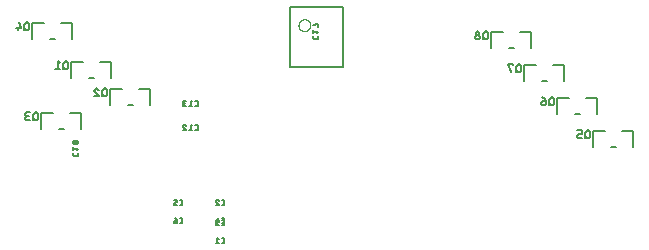
<source format=gbr>
G04 EAGLE Gerber X2 export*
%TF.Part,Single*%
%TF.FileFunction,Legend,Bot,1*%
%TF.FilePolarity,Positive*%
%TF.GenerationSoftware,Autodesk,EAGLE,9.1.3*%
%TF.CreationDate,2019-04-01T20:10:06Z*%
G75*
%MOMM*%
%FSLAX34Y34*%
%LPD*%
%AMOC8*
5,1,8,0,0,1.08239X$1,22.5*%
G01*
%ADD10C,0.127000*%
%ADD11C,0.203200*%
%ADD12C,0.152400*%
%ADD13C,0.050000*%


D10*
X379956Y81915D02*
X381028Y81915D01*
X381093Y81917D01*
X381157Y81923D01*
X381221Y81933D01*
X381285Y81946D01*
X381347Y81964D01*
X381408Y81985D01*
X381468Y82009D01*
X381526Y82038D01*
X381583Y82070D01*
X381637Y82105D01*
X381689Y82143D01*
X381739Y82185D01*
X381786Y82229D01*
X381830Y82276D01*
X381872Y82326D01*
X381910Y82378D01*
X381945Y82432D01*
X381977Y82489D01*
X382006Y82547D01*
X382030Y82607D01*
X382051Y82668D01*
X382069Y82730D01*
X382082Y82794D01*
X382092Y82858D01*
X382098Y82922D01*
X382100Y82987D01*
X382101Y82987D02*
X382101Y85669D01*
X382100Y85669D02*
X382098Y85734D01*
X382092Y85798D01*
X382082Y85862D01*
X382069Y85926D01*
X382051Y85988D01*
X382030Y86049D01*
X382006Y86109D01*
X381977Y86167D01*
X381945Y86224D01*
X381910Y86278D01*
X381872Y86330D01*
X381830Y86380D01*
X381786Y86427D01*
X381739Y86471D01*
X381689Y86513D01*
X381637Y86551D01*
X381583Y86586D01*
X381526Y86618D01*
X381468Y86647D01*
X381408Y86671D01*
X381347Y86692D01*
X381285Y86710D01*
X381221Y86723D01*
X381157Y86733D01*
X381093Y86739D01*
X381028Y86741D01*
X379956Y86741D01*
X377500Y85669D02*
X376160Y86741D01*
X376160Y81915D01*
X377500Y81915D02*
X374819Y81915D01*
X253619Y157248D02*
X253619Y158321D01*
X253619Y157248D02*
X253621Y157183D01*
X253627Y157119D01*
X253637Y157055D01*
X253650Y156991D01*
X253668Y156929D01*
X253689Y156868D01*
X253713Y156808D01*
X253742Y156750D01*
X253774Y156693D01*
X253809Y156639D01*
X253847Y156587D01*
X253889Y156537D01*
X253933Y156490D01*
X253980Y156446D01*
X254030Y156404D01*
X254082Y156366D01*
X254136Y156331D01*
X254193Y156299D01*
X254251Y156270D01*
X254311Y156246D01*
X254372Y156225D01*
X254434Y156207D01*
X254498Y156194D01*
X254562Y156184D01*
X254626Y156178D01*
X254691Y156176D01*
X257373Y156176D01*
X257438Y156178D01*
X257502Y156184D01*
X257566Y156194D01*
X257630Y156207D01*
X257692Y156225D01*
X257753Y156246D01*
X257813Y156270D01*
X257871Y156299D01*
X257928Y156331D01*
X257982Y156366D01*
X258034Y156404D01*
X258084Y156446D01*
X258131Y156490D01*
X258175Y156537D01*
X258217Y156587D01*
X258255Y156639D01*
X258290Y156693D01*
X258322Y156750D01*
X258351Y156808D01*
X258375Y156868D01*
X258396Y156929D01*
X258414Y156991D01*
X258427Y157055D01*
X258437Y157119D01*
X258443Y157183D01*
X258445Y157248D01*
X258445Y158321D01*
X257373Y160777D02*
X258445Y162117D01*
X253619Y162117D01*
X253619Y160777D02*
X253619Y163458D01*
X256032Y166263D02*
X256152Y166265D01*
X256272Y166270D01*
X256392Y166279D01*
X256512Y166292D01*
X256631Y166308D01*
X256750Y166328D01*
X256868Y166352D01*
X256985Y166379D01*
X257101Y166409D01*
X257216Y166443D01*
X257331Y166481D01*
X257444Y166522D01*
X257555Y166566D01*
X257666Y166614D01*
X257775Y166665D01*
X257775Y166666D02*
X257832Y166687D01*
X257888Y166713D01*
X257943Y166741D01*
X257995Y166773D01*
X258046Y166809D01*
X258094Y166847D01*
X258140Y166888D01*
X258183Y166932D01*
X258223Y166978D01*
X258260Y167027D01*
X258294Y167079D01*
X258325Y167132D01*
X258353Y167187D01*
X258377Y167243D01*
X258398Y167301D01*
X258415Y167360D01*
X258428Y167420D01*
X258437Y167481D01*
X258443Y167543D01*
X258445Y167604D01*
X258443Y167665D01*
X258437Y167727D01*
X258428Y167788D01*
X258415Y167848D01*
X258398Y167907D01*
X258377Y167965D01*
X258353Y168021D01*
X258325Y168076D01*
X258294Y168129D01*
X258260Y168181D01*
X258223Y168230D01*
X258183Y168276D01*
X258140Y168320D01*
X258094Y168361D01*
X258046Y168399D01*
X257995Y168435D01*
X257943Y168467D01*
X257888Y168495D01*
X257832Y168521D01*
X257775Y168542D01*
X257666Y168593D01*
X257555Y168641D01*
X257444Y168685D01*
X257331Y168726D01*
X257216Y168764D01*
X257101Y168798D01*
X256985Y168828D01*
X256868Y168855D01*
X256750Y168879D01*
X256631Y168899D01*
X256512Y168915D01*
X256392Y168928D01*
X256272Y168937D01*
X256152Y168942D01*
X256032Y168944D01*
X256032Y166263D02*
X255912Y166265D01*
X255792Y166270D01*
X255672Y166279D01*
X255552Y166292D01*
X255433Y166308D01*
X255314Y166328D01*
X255196Y166352D01*
X255079Y166379D01*
X254963Y166409D01*
X254848Y166443D01*
X254733Y166481D01*
X254620Y166522D01*
X254509Y166566D01*
X254398Y166614D01*
X254289Y166665D01*
X254289Y166666D02*
X254232Y166687D01*
X254176Y166713D01*
X254121Y166741D01*
X254069Y166773D01*
X254018Y166809D01*
X253970Y166847D01*
X253924Y166888D01*
X253881Y166932D01*
X253841Y166978D01*
X253804Y167027D01*
X253770Y167079D01*
X253739Y167132D01*
X253711Y167187D01*
X253687Y167243D01*
X253666Y167301D01*
X253649Y167360D01*
X253636Y167420D01*
X253627Y167481D01*
X253621Y167543D01*
X253619Y167604D01*
X254289Y168542D02*
X254398Y168593D01*
X254509Y168641D01*
X254620Y168685D01*
X254733Y168726D01*
X254848Y168764D01*
X254963Y168798D01*
X255079Y168828D01*
X255196Y168855D01*
X255314Y168879D01*
X255433Y168899D01*
X255552Y168915D01*
X255672Y168928D01*
X255792Y168937D01*
X255912Y168942D01*
X256032Y168944D01*
X254289Y168542D02*
X254232Y168521D01*
X254176Y168495D01*
X254121Y168467D01*
X254069Y168435D01*
X254018Y168399D01*
X253970Y168361D01*
X253924Y168320D01*
X253881Y168276D01*
X253841Y168229D01*
X253804Y168181D01*
X253770Y168129D01*
X253739Y168076D01*
X253711Y168021D01*
X253687Y167965D01*
X253666Y167907D01*
X253649Y167848D01*
X253636Y167788D01*
X253627Y167727D01*
X253621Y167665D01*
X253619Y167604D01*
X254691Y166531D02*
X257373Y168676D01*
X357299Y177419D02*
X358372Y177419D01*
X358437Y177421D01*
X358501Y177427D01*
X358565Y177437D01*
X358629Y177450D01*
X358691Y177468D01*
X358752Y177489D01*
X358812Y177513D01*
X358870Y177542D01*
X358927Y177574D01*
X358981Y177609D01*
X359033Y177647D01*
X359083Y177689D01*
X359130Y177733D01*
X359174Y177780D01*
X359216Y177830D01*
X359254Y177882D01*
X359289Y177936D01*
X359321Y177993D01*
X359350Y178051D01*
X359374Y178111D01*
X359395Y178172D01*
X359413Y178234D01*
X359426Y178298D01*
X359436Y178362D01*
X359442Y178426D01*
X359444Y178491D01*
X359444Y181173D01*
X359442Y181238D01*
X359436Y181302D01*
X359426Y181366D01*
X359413Y181430D01*
X359395Y181492D01*
X359374Y181553D01*
X359350Y181613D01*
X359321Y181671D01*
X359289Y181728D01*
X359254Y181782D01*
X359216Y181834D01*
X359174Y181884D01*
X359130Y181931D01*
X359083Y181975D01*
X359033Y182017D01*
X358981Y182055D01*
X358927Y182090D01*
X358870Y182122D01*
X358812Y182151D01*
X358752Y182175D01*
X358691Y182196D01*
X358629Y182214D01*
X358565Y182227D01*
X358501Y182237D01*
X358437Y182243D01*
X358372Y182245D01*
X357299Y182245D01*
X354843Y181173D02*
X353503Y182245D01*
X353503Y177419D01*
X354843Y177419D02*
X352162Y177419D01*
X347882Y182245D02*
X347814Y182243D01*
X347747Y182237D01*
X347680Y182228D01*
X347613Y182215D01*
X347548Y182198D01*
X347483Y182177D01*
X347420Y182153D01*
X347358Y182125D01*
X347298Y182094D01*
X347240Y182060D01*
X347184Y182022D01*
X347129Y181982D01*
X347078Y181938D01*
X347029Y181891D01*
X346982Y181842D01*
X346938Y181791D01*
X346898Y181736D01*
X346860Y181680D01*
X346826Y181622D01*
X346795Y181562D01*
X346767Y181500D01*
X346743Y181437D01*
X346722Y181372D01*
X346705Y181307D01*
X346692Y181240D01*
X346683Y181173D01*
X346677Y181106D01*
X346675Y181038D01*
X347882Y182245D02*
X347960Y182243D01*
X348038Y182237D01*
X348115Y182227D01*
X348192Y182214D01*
X348268Y182196D01*
X348343Y182175D01*
X348417Y182150D01*
X348489Y182121D01*
X348560Y182089D01*
X348629Y182053D01*
X348697Y182014D01*
X348762Y181971D01*
X348825Y181925D01*
X348886Y181876D01*
X348944Y181824D01*
X348999Y181769D01*
X349052Y181712D01*
X349101Y181652D01*
X349148Y181589D01*
X349191Y181524D01*
X349231Y181458D01*
X349268Y181389D01*
X349301Y181318D01*
X349331Y181246D01*
X349357Y181172D01*
X347078Y180100D02*
X347029Y180149D01*
X346982Y180201D01*
X346939Y180256D01*
X346898Y180313D01*
X346860Y180372D01*
X346826Y180433D01*
X346795Y180496D01*
X346767Y180560D01*
X346743Y180626D01*
X346723Y180692D01*
X346706Y180760D01*
X346693Y180829D01*
X346684Y180898D01*
X346678Y180968D01*
X346676Y181038D01*
X347078Y180100D02*
X349357Y177419D01*
X346676Y177419D01*
X357299Y197739D02*
X358372Y197739D01*
X358437Y197741D01*
X358501Y197747D01*
X358565Y197757D01*
X358629Y197770D01*
X358691Y197788D01*
X358752Y197809D01*
X358812Y197833D01*
X358870Y197862D01*
X358927Y197894D01*
X358981Y197929D01*
X359033Y197967D01*
X359083Y198009D01*
X359130Y198053D01*
X359174Y198100D01*
X359216Y198150D01*
X359254Y198202D01*
X359289Y198256D01*
X359321Y198313D01*
X359350Y198371D01*
X359374Y198431D01*
X359395Y198492D01*
X359413Y198554D01*
X359426Y198618D01*
X359436Y198682D01*
X359442Y198746D01*
X359444Y198811D01*
X359444Y201493D01*
X359442Y201558D01*
X359436Y201622D01*
X359426Y201686D01*
X359413Y201750D01*
X359395Y201812D01*
X359374Y201873D01*
X359350Y201933D01*
X359321Y201991D01*
X359289Y202048D01*
X359254Y202102D01*
X359216Y202154D01*
X359174Y202204D01*
X359130Y202251D01*
X359083Y202295D01*
X359033Y202337D01*
X358981Y202375D01*
X358927Y202410D01*
X358870Y202442D01*
X358812Y202471D01*
X358752Y202495D01*
X358691Y202516D01*
X358629Y202534D01*
X358565Y202547D01*
X358501Y202557D01*
X358437Y202563D01*
X358372Y202565D01*
X357299Y202565D01*
X354843Y201493D02*
X353503Y202565D01*
X353503Y197739D01*
X354843Y197739D02*
X352162Y197739D01*
X349357Y197739D02*
X348017Y197739D01*
X347946Y197741D01*
X347874Y197747D01*
X347804Y197756D01*
X347734Y197769D01*
X347664Y197786D01*
X347596Y197807D01*
X347529Y197831D01*
X347463Y197859D01*
X347399Y197890D01*
X347336Y197925D01*
X347276Y197963D01*
X347217Y198004D01*
X347161Y198048D01*
X347107Y198095D01*
X347056Y198144D01*
X347008Y198197D01*
X346962Y198252D01*
X346920Y198309D01*
X346880Y198369D01*
X346844Y198430D01*
X346811Y198494D01*
X346782Y198559D01*
X346756Y198625D01*
X346733Y198693D01*
X346714Y198762D01*
X346699Y198832D01*
X346688Y198902D01*
X346680Y198973D01*
X346676Y199044D01*
X346676Y199116D01*
X346680Y199187D01*
X346688Y199258D01*
X346699Y199328D01*
X346714Y199398D01*
X346733Y199467D01*
X346756Y199535D01*
X346782Y199601D01*
X346811Y199666D01*
X346844Y199730D01*
X346880Y199791D01*
X346920Y199851D01*
X346962Y199908D01*
X347008Y199963D01*
X347056Y200016D01*
X347107Y200065D01*
X347161Y200112D01*
X347217Y200156D01*
X347276Y200197D01*
X347336Y200235D01*
X347399Y200270D01*
X347463Y200301D01*
X347529Y200329D01*
X347596Y200353D01*
X347664Y200374D01*
X347734Y200391D01*
X347804Y200404D01*
X347874Y200413D01*
X347946Y200419D01*
X348017Y200421D01*
X347748Y202565D02*
X349357Y202565D01*
X347748Y202565D02*
X347683Y202563D01*
X347619Y202557D01*
X347555Y202547D01*
X347491Y202534D01*
X347429Y202516D01*
X347368Y202495D01*
X347308Y202471D01*
X347250Y202442D01*
X347193Y202410D01*
X347139Y202375D01*
X347087Y202337D01*
X347037Y202295D01*
X346990Y202251D01*
X346946Y202204D01*
X346904Y202154D01*
X346866Y202102D01*
X346831Y202048D01*
X346799Y201991D01*
X346770Y201933D01*
X346746Y201873D01*
X346725Y201812D01*
X346707Y201750D01*
X346694Y201686D01*
X346684Y201622D01*
X346678Y201558D01*
X346676Y201493D01*
X346678Y201428D01*
X346684Y201364D01*
X346694Y201300D01*
X346707Y201236D01*
X346725Y201174D01*
X346746Y201113D01*
X346770Y201053D01*
X346799Y200995D01*
X346831Y200938D01*
X346866Y200884D01*
X346904Y200832D01*
X346946Y200782D01*
X346990Y200735D01*
X347037Y200691D01*
X347087Y200649D01*
X347139Y200611D01*
X347193Y200576D01*
X347250Y200544D01*
X347308Y200515D01*
X347368Y200491D01*
X347429Y200470D01*
X347491Y200452D01*
X347555Y200439D01*
X347619Y200429D01*
X347683Y200423D01*
X347748Y200421D01*
X347748Y200420D02*
X348821Y200420D01*
X456819Y256308D02*
X456819Y257381D01*
X456819Y256308D02*
X456821Y256243D01*
X456827Y256179D01*
X456837Y256115D01*
X456850Y256051D01*
X456868Y255989D01*
X456889Y255928D01*
X456913Y255868D01*
X456942Y255810D01*
X456974Y255753D01*
X457009Y255699D01*
X457047Y255647D01*
X457089Y255597D01*
X457133Y255550D01*
X457180Y255506D01*
X457230Y255464D01*
X457282Y255426D01*
X457336Y255391D01*
X457393Y255359D01*
X457451Y255330D01*
X457511Y255306D01*
X457572Y255285D01*
X457634Y255267D01*
X457698Y255254D01*
X457762Y255244D01*
X457826Y255238D01*
X457891Y255236D01*
X460573Y255236D01*
X460638Y255238D01*
X460702Y255244D01*
X460766Y255254D01*
X460830Y255267D01*
X460892Y255285D01*
X460953Y255306D01*
X461013Y255330D01*
X461071Y255359D01*
X461128Y255391D01*
X461182Y255426D01*
X461234Y255464D01*
X461284Y255506D01*
X461331Y255550D01*
X461375Y255597D01*
X461417Y255647D01*
X461455Y255699D01*
X461490Y255753D01*
X461522Y255810D01*
X461551Y255868D01*
X461575Y255928D01*
X461596Y255989D01*
X461614Y256051D01*
X461627Y256115D01*
X461637Y256179D01*
X461643Y256243D01*
X461645Y256308D01*
X461645Y257381D01*
X460573Y259837D02*
X461645Y261177D01*
X456819Y261177D01*
X456819Y259837D02*
X456819Y262518D01*
X461109Y265323D02*
X461645Y265323D01*
X461645Y268004D01*
X456819Y266664D01*
X381028Y113919D02*
X379956Y113919D01*
X381028Y113919D02*
X381093Y113921D01*
X381157Y113927D01*
X381221Y113937D01*
X381285Y113950D01*
X381347Y113968D01*
X381408Y113989D01*
X381468Y114013D01*
X381526Y114042D01*
X381583Y114074D01*
X381637Y114109D01*
X381689Y114147D01*
X381739Y114189D01*
X381786Y114233D01*
X381830Y114280D01*
X381872Y114330D01*
X381910Y114382D01*
X381945Y114436D01*
X381977Y114493D01*
X382006Y114551D01*
X382030Y114611D01*
X382051Y114672D01*
X382069Y114734D01*
X382082Y114798D01*
X382092Y114862D01*
X382098Y114926D01*
X382100Y114991D01*
X382101Y114991D02*
X382101Y117673D01*
X382100Y117673D02*
X382098Y117738D01*
X382092Y117802D01*
X382082Y117866D01*
X382069Y117930D01*
X382051Y117992D01*
X382030Y118053D01*
X382006Y118113D01*
X381977Y118171D01*
X381945Y118228D01*
X381910Y118282D01*
X381872Y118334D01*
X381830Y118384D01*
X381786Y118431D01*
X381739Y118475D01*
X381689Y118517D01*
X381637Y118555D01*
X381583Y118590D01*
X381526Y118622D01*
X381468Y118651D01*
X381408Y118675D01*
X381347Y118696D01*
X381285Y118714D01*
X381221Y118727D01*
X381157Y118737D01*
X381093Y118743D01*
X381028Y118745D01*
X379956Y118745D01*
X376026Y118745D02*
X375958Y118743D01*
X375891Y118737D01*
X375824Y118728D01*
X375757Y118715D01*
X375692Y118698D01*
X375627Y118677D01*
X375564Y118653D01*
X375502Y118625D01*
X375442Y118594D01*
X375384Y118560D01*
X375328Y118522D01*
X375273Y118482D01*
X375222Y118438D01*
X375173Y118391D01*
X375126Y118342D01*
X375082Y118291D01*
X375042Y118236D01*
X375004Y118180D01*
X374970Y118122D01*
X374939Y118062D01*
X374911Y118000D01*
X374887Y117937D01*
X374866Y117872D01*
X374849Y117807D01*
X374836Y117740D01*
X374827Y117673D01*
X374821Y117606D01*
X374819Y117538D01*
X376026Y118745D02*
X376104Y118743D01*
X376182Y118737D01*
X376259Y118727D01*
X376336Y118714D01*
X376412Y118696D01*
X376487Y118675D01*
X376561Y118650D01*
X376633Y118621D01*
X376704Y118589D01*
X376773Y118553D01*
X376841Y118514D01*
X376906Y118471D01*
X376969Y118425D01*
X377030Y118376D01*
X377088Y118324D01*
X377143Y118269D01*
X377196Y118212D01*
X377245Y118152D01*
X377292Y118089D01*
X377335Y118024D01*
X377375Y117958D01*
X377412Y117889D01*
X377445Y117818D01*
X377475Y117746D01*
X377501Y117672D01*
X375221Y116600D02*
X375172Y116649D01*
X375125Y116701D01*
X375082Y116756D01*
X375041Y116813D01*
X375003Y116872D01*
X374969Y116933D01*
X374938Y116996D01*
X374910Y117060D01*
X374886Y117126D01*
X374866Y117192D01*
X374849Y117260D01*
X374836Y117329D01*
X374827Y117398D01*
X374821Y117468D01*
X374819Y117538D01*
X375221Y116600D02*
X377500Y113919D01*
X374819Y113919D01*
X379956Y97155D02*
X381028Y97155D01*
X381093Y97157D01*
X381157Y97163D01*
X381221Y97173D01*
X381285Y97186D01*
X381347Y97204D01*
X381408Y97225D01*
X381468Y97249D01*
X381526Y97278D01*
X381583Y97310D01*
X381637Y97345D01*
X381689Y97383D01*
X381739Y97425D01*
X381786Y97469D01*
X381830Y97516D01*
X381872Y97566D01*
X381910Y97618D01*
X381945Y97672D01*
X381977Y97729D01*
X382006Y97787D01*
X382030Y97847D01*
X382051Y97908D01*
X382069Y97970D01*
X382082Y98034D01*
X382092Y98098D01*
X382098Y98162D01*
X382100Y98227D01*
X382101Y98227D02*
X382101Y100909D01*
X382100Y100909D02*
X382098Y100974D01*
X382092Y101038D01*
X382082Y101102D01*
X382069Y101166D01*
X382051Y101228D01*
X382030Y101289D01*
X382006Y101349D01*
X381977Y101407D01*
X381945Y101464D01*
X381910Y101518D01*
X381872Y101570D01*
X381830Y101620D01*
X381786Y101667D01*
X381739Y101711D01*
X381689Y101753D01*
X381637Y101791D01*
X381583Y101826D01*
X381526Y101858D01*
X381468Y101887D01*
X381408Y101911D01*
X381347Y101932D01*
X381285Y101950D01*
X381221Y101963D01*
X381157Y101973D01*
X381093Y101979D01*
X381028Y101981D01*
X379956Y101981D01*
X377500Y97155D02*
X376160Y97155D01*
X376089Y97157D01*
X376017Y97163D01*
X375947Y97172D01*
X375877Y97185D01*
X375807Y97202D01*
X375739Y97223D01*
X375672Y97247D01*
X375606Y97275D01*
X375542Y97306D01*
X375479Y97341D01*
X375419Y97379D01*
X375360Y97420D01*
X375304Y97464D01*
X375250Y97511D01*
X375199Y97560D01*
X375151Y97613D01*
X375105Y97668D01*
X375063Y97725D01*
X375023Y97785D01*
X374987Y97846D01*
X374954Y97910D01*
X374925Y97975D01*
X374899Y98041D01*
X374876Y98109D01*
X374857Y98178D01*
X374842Y98248D01*
X374831Y98318D01*
X374823Y98389D01*
X374819Y98460D01*
X374819Y98532D01*
X374823Y98603D01*
X374831Y98674D01*
X374842Y98744D01*
X374857Y98814D01*
X374876Y98883D01*
X374899Y98951D01*
X374925Y99017D01*
X374954Y99082D01*
X374987Y99146D01*
X375023Y99207D01*
X375063Y99267D01*
X375105Y99324D01*
X375151Y99379D01*
X375199Y99432D01*
X375250Y99481D01*
X375304Y99528D01*
X375360Y99572D01*
X375419Y99613D01*
X375479Y99651D01*
X375542Y99686D01*
X375606Y99717D01*
X375672Y99745D01*
X375739Y99769D01*
X375807Y99790D01*
X375877Y99807D01*
X375947Y99820D01*
X376017Y99829D01*
X376089Y99835D01*
X376160Y99837D01*
X375892Y101981D02*
X377500Y101981D01*
X375892Y101981D02*
X375827Y101979D01*
X375763Y101973D01*
X375699Y101963D01*
X375635Y101950D01*
X375573Y101932D01*
X375512Y101911D01*
X375452Y101887D01*
X375394Y101858D01*
X375337Y101826D01*
X375283Y101791D01*
X375231Y101753D01*
X375181Y101711D01*
X375134Y101667D01*
X375090Y101620D01*
X375048Y101570D01*
X375010Y101518D01*
X374975Y101464D01*
X374943Y101407D01*
X374914Y101349D01*
X374890Y101289D01*
X374869Y101228D01*
X374851Y101166D01*
X374838Y101102D01*
X374828Y101038D01*
X374822Y100974D01*
X374820Y100909D01*
X374822Y100844D01*
X374828Y100780D01*
X374838Y100716D01*
X374851Y100652D01*
X374869Y100590D01*
X374890Y100529D01*
X374914Y100469D01*
X374943Y100411D01*
X374975Y100354D01*
X375010Y100300D01*
X375048Y100248D01*
X375090Y100198D01*
X375134Y100151D01*
X375181Y100107D01*
X375231Y100065D01*
X375283Y100027D01*
X375337Y99992D01*
X375394Y99960D01*
X375452Y99931D01*
X375512Y99907D01*
X375573Y99886D01*
X375635Y99868D01*
X375699Y99855D01*
X375763Y99845D01*
X375827Y99839D01*
X375892Y99837D01*
X375892Y99836D02*
X376964Y99836D01*
X379956Y98679D02*
X381028Y98679D01*
X381093Y98681D01*
X381157Y98687D01*
X381221Y98697D01*
X381285Y98710D01*
X381347Y98728D01*
X381408Y98749D01*
X381468Y98773D01*
X381526Y98802D01*
X381583Y98834D01*
X381637Y98869D01*
X381689Y98907D01*
X381739Y98949D01*
X381786Y98993D01*
X381830Y99040D01*
X381872Y99090D01*
X381910Y99142D01*
X381945Y99196D01*
X381977Y99253D01*
X382006Y99311D01*
X382030Y99371D01*
X382051Y99432D01*
X382069Y99494D01*
X382082Y99558D01*
X382092Y99622D01*
X382098Y99686D01*
X382100Y99751D01*
X382101Y99751D02*
X382101Y102433D01*
X382100Y102433D02*
X382098Y102498D01*
X382092Y102562D01*
X382082Y102626D01*
X382069Y102690D01*
X382051Y102752D01*
X382030Y102813D01*
X382006Y102873D01*
X381977Y102931D01*
X381945Y102988D01*
X381910Y103042D01*
X381872Y103094D01*
X381830Y103144D01*
X381786Y103191D01*
X381739Y103235D01*
X381689Y103277D01*
X381637Y103315D01*
X381583Y103350D01*
X381526Y103382D01*
X381468Y103411D01*
X381408Y103435D01*
X381347Y103456D01*
X381285Y103474D01*
X381221Y103487D01*
X381157Y103497D01*
X381093Y103503D01*
X381028Y103505D01*
X379956Y103505D01*
X376428Y103505D02*
X377500Y99751D01*
X374819Y99751D01*
X375623Y100824D02*
X375623Y98679D01*
X345468Y113919D02*
X344396Y113919D01*
X345468Y113919D02*
X345533Y113921D01*
X345597Y113927D01*
X345661Y113937D01*
X345725Y113950D01*
X345787Y113968D01*
X345848Y113989D01*
X345908Y114013D01*
X345966Y114042D01*
X346023Y114074D01*
X346077Y114109D01*
X346129Y114147D01*
X346179Y114189D01*
X346226Y114233D01*
X346270Y114280D01*
X346312Y114330D01*
X346350Y114382D01*
X346385Y114436D01*
X346417Y114493D01*
X346446Y114551D01*
X346470Y114611D01*
X346491Y114672D01*
X346509Y114734D01*
X346522Y114798D01*
X346532Y114862D01*
X346538Y114926D01*
X346540Y114991D01*
X346541Y114991D02*
X346541Y117673D01*
X346540Y117673D02*
X346538Y117738D01*
X346532Y117802D01*
X346522Y117866D01*
X346509Y117930D01*
X346491Y117992D01*
X346470Y118053D01*
X346446Y118113D01*
X346417Y118171D01*
X346385Y118228D01*
X346350Y118282D01*
X346312Y118334D01*
X346270Y118384D01*
X346226Y118431D01*
X346179Y118475D01*
X346129Y118517D01*
X346077Y118555D01*
X346023Y118590D01*
X345966Y118622D01*
X345908Y118651D01*
X345848Y118675D01*
X345787Y118696D01*
X345725Y118714D01*
X345661Y118727D01*
X345597Y118737D01*
X345533Y118743D01*
X345468Y118745D01*
X344396Y118745D01*
X341940Y113919D02*
X340332Y113919D01*
X340267Y113921D01*
X340203Y113927D01*
X340139Y113937D01*
X340075Y113950D01*
X340013Y113968D01*
X339952Y113989D01*
X339892Y114013D01*
X339834Y114042D01*
X339777Y114074D01*
X339723Y114109D01*
X339671Y114147D01*
X339621Y114189D01*
X339574Y114233D01*
X339530Y114280D01*
X339488Y114330D01*
X339450Y114382D01*
X339415Y114436D01*
X339383Y114493D01*
X339354Y114551D01*
X339330Y114611D01*
X339309Y114672D01*
X339291Y114734D01*
X339278Y114798D01*
X339268Y114862D01*
X339262Y114926D01*
X339260Y114991D01*
X339259Y114991D02*
X339259Y115528D01*
X339260Y115528D02*
X339262Y115593D01*
X339268Y115657D01*
X339278Y115721D01*
X339291Y115785D01*
X339309Y115847D01*
X339330Y115908D01*
X339354Y115968D01*
X339383Y116026D01*
X339415Y116083D01*
X339450Y116137D01*
X339488Y116189D01*
X339530Y116239D01*
X339574Y116286D01*
X339621Y116330D01*
X339671Y116372D01*
X339723Y116410D01*
X339777Y116445D01*
X339834Y116477D01*
X339892Y116506D01*
X339952Y116530D01*
X340013Y116551D01*
X340075Y116569D01*
X340139Y116582D01*
X340203Y116592D01*
X340267Y116598D01*
X340332Y116600D01*
X341940Y116600D01*
X341940Y118745D01*
X339259Y118745D01*
X344396Y98679D02*
X345468Y98679D01*
X345533Y98681D01*
X345597Y98687D01*
X345661Y98697D01*
X345725Y98710D01*
X345787Y98728D01*
X345848Y98749D01*
X345908Y98773D01*
X345966Y98802D01*
X346023Y98834D01*
X346077Y98869D01*
X346129Y98907D01*
X346179Y98949D01*
X346226Y98993D01*
X346270Y99040D01*
X346312Y99090D01*
X346350Y99142D01*
X346385Y99196D01*
X346417Y99253D01*
X346446Y99311D01*
X346470Y99371D01*
X346491Y99432D01*
X346509Y99494D01*
X346522Y99558D01*
X346532Y99622D01*
X346538Y99686D01*
X346540Y99751D01*
X346541Y99751D02*
X346541Y102433D01*
X346540Y102433D02*
X346538Y102498D01*
X346532Y102562D01*
X346522Y102626D01*
X346509Y102690D01*
X346491Y102752D01*
X346470Y102813D01*
X346446Y102873D01*
X346417Y102931D01*
X346385Y102988D01*
X346350Y103042D01*
X346312Y103094D01*
X346270Y103144D01*
X346226Y103191D01*
X346179Y103235D01*
X346129Y103277D01*
X346077Y103315D01*
X346023Y103350D01*
X345966Y103382D01*
X345908Y103411D01*
X345848Y103435D01*
X345787Y103456D01*
X345725Y103474D01*
X345661Y103487D01*
X345597Y103497D01*
X345533Y103503D01*
X345468Y103505D01*
X344396Y103505D01*
X341940Y101360D02*
X340332Y101360D01*
X340267Y101358D01*
X340203Y101352D01*
X340139Y101342D01*
X340075Y101329D01*
X340013Y101311D01*
X339952Y101290D01*
X339892Y101266D01*
X339834Y101237D01*
X339777Y101205D01*
X339723Y101170D01*
X339671Y101132D01*
X339621Y101090D01*
X339574Y101046D01*
X339530Y100999D01*
X339488Y100949D01*
X339450Y100897D01*
X339415Y100843D01*
X339383Y100786D01*
X339354Y100728D01*
X339330Y100668D01*
X339309Y100607D01*
X339291Y100545D01*
X339278Y100481D01*
X339268Y100417D01*
X339262Y100353D01*
X339260Y100288D01*
X339259Y100288D02*
X339259Y100020D01*
X339261Y99949D01*
X339267Y99877D01*
X339276Y99807D01*
X339289Y99737D01*
X339306Y99667D01*
X339327Y99599D01*
X339351Y99532D01*
X339379Y99466D01*
X339410Y99402D01*
X339445Y99339D01*
X339483Y99279D01*
X339524Y99220D01*
X339568Y99164D01*
X339615Y99110D01*
X339664Y99059D01*
X339717Y99011D01*
X339772Y98965D01*
X339829Y98923D01*
X339889Y98883D01*
X339950Y98847D01*
X340014Y98814D01*
X340079Y98785D01*
X340145Y98759D01*
X340213Y98736D01*
X340282Y98717D01*
X340352Y98702D01*
X340422Y98691D01*
X340493Y98683D01*
X340564Y98679D01*
X340636Y98679D01*
X340707Y98683D01*
X340778Y98691D01*
X340848Y98702D01*
X340918Y98717D01*
X340987Y98736D01*
X341055Y98759D01*
X341121Y98785D01*
X341186Y98814D01*
X341250Y98847D01*
X341311Y98883D01*
X341371Y98923D01*
X341428Y98965D01*
X341483Y99011D01*
X341536Y99059D01*
X341585Y99110D01*
X341632Y99164D01*
X341676Y99220D01*
X341717Y99279D01*
X341755Y99339D01*
X341790Y99402D01*
X341821Y99466D01*
X341849Y99532D01*
X341873Y99599D01*
X341894Y99667D01*
X341911Y99737D01*
X341924Y99807D01*
X341933Y99877D01*
X341939Y99949D01*
X341941Y100020D01*
X341940Y100020D02*
X341940Y101360D01*
X341938Y101451D01*
X341932Y101542D01*
X341923Y101632D01*
X341909Y101723D01*
X341892Y101812D01*
X341871Y101900D01*
X341846Y101988D01*
X341817Y102075D01*
X341785Y102160D01*
X341750Y102244D01*
X341710Y102326D01*
X341668Y102406D01*
X341622Y102485D01*
X341572Y102561D01*
X341520Y102635D01*
X341464Y102708D01*
X341405Y102777D01*
X341344Y102844D01*
X341279Y102909D01*
X341212Y102970D01*
X341143Y103029D01*
X341070Y103085D01*
X340996Y103137D01*
X340920Y103187D01*
X340841Y103233D01*
X340761Y103275D01*
X340679Y103315D01*
X340595Y103350D01*
X340510Y103382D01*
X340423Y103411D01*
X340335Y103436D01*
X340247Y103457D01*
X340158Y103474D01*
X340067Y103488D01*
X339977Y103497D01*
X339886Y103503D01*
X339795Y103505D01*
D11*
X285964Y222076D02*
X285964Y235204D01*
X276376Y235204D01*
X252516Y235204D02*
X252516Y222076D01*
X252516Y235204D02*
X262104Y235204D01*
X267016Y221996D02*
X271604Y221996D01*
D12*
X249428Y231196D02*
X249428Y234132D01*
X249426Y234217D01*
X249420Y234301D01*
X249410Y234385D01*
X249397Y234469D01*
X249379Y234552D01*
X249358Y234634D01*
X249333Y234715D01*
X249304Y234795D01*
X249272Y234873D01*
X249236Y234949D01*
X249196Y235024D01*
X249153Y235097D01*
X249107Y235168D01*
X249058Y235237D01*
X249005Y235304D01*
X248949Y235368D01*
X248891Y235429D01*
X248830Y235487D01*
X248766Y235543D01*
X248699Y235596D01*
X248630Y235645D01*
X248559Y235691D01*
X248486Y235734D01*
X248411Y235774D01*
X248335Y235810D01*
X248257Y235842D01*
X248177Y235871D01*
X248096Y235896D01*
X248014Y235917D01*
X247931Y235935D01*
X247847Y235948D01*
X247763Y235958D01*
X247679Y235964D01*
X247594Y235966D01*
X247509Y235964D01*
X247425Y235958D01*
X247341Y235948D01*
X247257Y235935D01*
X247174Y235917D01*
X247092Y235896D01*
X247011Y235871D01*
X246931Y235842D01*
X246853Y235810D01*
X246777Y235774D01*
X246702Y235734D01*
X246629Y235691D01*
X246558Y235645D01*
X246489Y235596D01*
X246422Y235543D01*
X246358Y235487D01*
X246297Y235429D01*
X246239Y235368D01*
X246183Y235304D01*
X246130Y235237D01*
X246081Y235168D01*
X246035Y235097D01*
X245992Y235024D01*
X245952Y234949D01*
X245916Y234873D01*
X245884Y234795D01*
X245855Y234715D01*
X245830Y234634D01*
X245809Y234552D01*
X245791Y234469D01*
X245778Y234385D01*
X245768Y234301D01*
X245762Y234217D01*
X245760Y234132D01*
X245759Y234132D02*
X245759Y231196D01*
X245760Y231196D02*
X245762Y231111D01*
X245768Y231027D01*
X245778Y230943D01*
X245791Y230859D01*
X245809Y230776D01*
X245830Y230694D01*
X245855Y230613D01*
X245884Y230533D01*
X245916Y230455D01*
X245952Y230379D01*
X245992Y230304D01*
X246035Y230231D01*
X246081Y230160D01*
X246130Y230091D01*
X246183Y230024D01*
X246239Y229960D01*
X246297Y229899D01*
X246358Y229841D01*
X246422Y229785D01*
X246489Y229732D01*
X246558Y229683D01*
X246629Y229637D01*
X246702Y229594D01*
X246777Y229554D01*
X246853Y229518D01*
X246931Y229486D01*
X247011Y229457D01*
X247092Y229432D01*
X247174Y229411D01*
X247257Y229393D01*
X247341Y229380D01*
X247425Y229370D01*
X247509Y229364D01*
X247594Y229362D01*
X247679Y229364D01*
X247763Y229370D01*
X247847Y229380D01*
X247931Y229393D01*
X248014Y229411D01*
X248096Y229432D01*
X248177Y229457D01*
X248257Y229486D01*
X248335Y229518D01*
X248411Y229554D01*
X248486Y229594D01*
X248559Y229637D01*
X248630Y229683D01*
X248699Y229732D01*
X248766Y229785D01*
X248830Y229841D01*
X248891Y229899D01*
X248949Y229960D01*
X249005Y230024D01*
X249058Y230091D01*
X249107Y230160D01*
X249153Y230231D01*
X249196Y230304D01*
X249236Y230379D01*
X249272Y230455D01*
X249304Y230533D01*
X249333Y230613D01*
X249358Y230694D01*
X249379Y230776D01*
X249397Y230859D01*
X249410Y230943D01*
X249420Y231027D01*
X249426Y231111D01*
X249428Y231196D01*
X246493Y230830D02*
X245025Y229362D01*
X242583Y234498D02*
X240748Y235966D01*
X240748Y229362D01*
X238914Y229362D02*
X242583Y229362D01*
D11*
X318984Y212344D02*
X318984Y199216D01*
X318984Y212344D02*
X309396Y212344D01*
X285536Y212344D02*
X285536Y199216D01*
X285536Y212344D02*
X295124Y212344D01*
X300036Y199136D02*
X304624Y199136D01*
D12*
X282448Y208336D02*
X282448Y211272D01*
X282446Y211357D01*
X282440Y211441D01*
X282430Y211525D01*
X282417Y211609D01*
X282399Y211692D01*
X282378Y211774D01*
X282353Y211855D01*
X282324Y211935D01*
X282292Y212013D01*
X282256Y212089D01*
X282216Y212164D01*
X282173Y212237D01*
X282127Y212308D01*
X282078Y212377D01*
X282025Y212444D01*
X281969Y212508D01*
X281911Y212569D01*
X281850Y212627D01*
X281786Y212683D01*
X281719Y212736D01*
X281650Y212785D01*
X281579Y212831D01*
X281506Y212874D01*
X281431Y212914D01*
X281355Y212950D01*
X281277Y212982D01*
X281197Y213011D01*
X281116Y213036D01*
X281034Y213057D01*
X280951Y213075D01*
X280867Y213088D01*
X280783Y213098D01*
X280699Y213104D01*
X280614Y213106D01*
X280529Y213104D01*
X280445Y213098D01*
X280361Y213088D01*
X280277Y213075D01*
X280194Y213057D01*
X280112Y213036D01*
X280031Y213011D01*
X279951Y212982D01*
X279873Y212950D01*
X279797Y212914D01*
X279722Y212874D01*
X279649Y212831D01*
X279578Y212785D01*
X279509Y212736D01*
X279442Y212683D01*
X279378Y212627D01*
X279317Y212569D01*
X279259Y212508D01*
X279203Y212444D01*
X279150Y212377D01*
X279101Y212308D01*
X279055Y212237D01*
X279012Y212164D01*
X278972Y212089D01*
X278936Y212013D01*
X278904Y211935D01*
X278875Y211855D01*
X278850Y211774D01*
X278829Y211692D01*
X278811Y211609D01*
X278798Y211525D01*
X278788Y211441D01*
X278782Y211357D01*
X278780Y211272D01*
X278779Y211272D02*
X278779Y208336D01*
X278780Y208336D02*
X278782Y208251D01*
X278788Y208167D01*
X278798Y208083D01*
X278811Y207999D01*
X278829Y207916D01*
X278850Y207834D01*
X278875Y207753D01*
X278904Y207673D01*
X278936Y207595D01*
X278972Y207519D01*
X279012Y207444D01*
X279055Y207371D01*
X279101Y207300D01*
X279150Y207231D01*
X279203Y207164D01*
X279259Y207100D01*
X279317Y207039D01*
X279378Y206981D01*
X279442Y206925D01*
X279509Y206872D01*
X279578Y206823D01*
X279649Y206777D01*
X279722Y206734D01*
X279797Y206694D01*
X279873Y206658D01*
X279951Y206626D01*
X280031Y206597D01*
X280112Y206572D01*
X280194Y206551D01*
X280277Y206533D01*
X280361Y206520D01*
X280445Y206510D01*
X280529Y206504D01*
X280614Y206502D01*
X280699Y206504D01*
X280783Y206510D01*
X280867Y206520D01*
X280951Y206533D01*
X281034Y206551D01*
X281116Y206572D01*
X281197Y206597D01*
X281277Y206626D01*
X281355Y206658D01*
X281431Y206694D01*
X281506Y206734D01*
X281579Y206777D01*
X281650Y206823D01*
X281719Y206872D01*
X281786Y206925D01*
X281850Y206981D01*
X281911Y207039D01*
X281969Y207100D01*
X282025Y207164D01*
X282078Y207231D01*
X282127Y207300D01*
X282173Y207371D01*
X282216Y207444D01*
X282256Y207519D01*
X282292Y207595D01*
X282324Y207673D01*
X282353Y207753D01*
X282378Y207834D01*
X282399Y207916D01*
X282417Y207999D01*
X282430Y208083D01*
X282440Y208167D01*
X282446Y208251D01*
X282448Y208336D01*
X279513Y207970D02*
X278045Y206502D01*
X271934Y211455D02*
X271936Y211534D01*
X271941Y211612D01*
X271951Y211690D01*
X271964Y211767D01*
X271981Y211844D01*
X272001Y211920D01*
X272025Y211995D01*
X272052Y212069D01*
X272083Y212141D01*
X272118Y212212D01*
X272155Y212281D01*
X272196Y212348D01*
X272240Y212413D01*
X272287Y212476D01*
X272337Y212536D01*
X272390Y212594D01*
X272446Y212650D01*
X272504Y212703D01*
X272564Y212753D01*
X272627Y212800D01*
X272692Y212844D01*
X272760Y212885D01*
X272828Y212922D01*
X272899Y212957D01*
X272971Y212988D01*
X273045Y213015D01*
X273120Y213039D01*
X273196Y213059D01*
X273273Y213076D01*
X273350Y213089D01*
X273428Y213099D01*
X273506Y213104D01*
X273585Y213106D01*
X273674Y213104D01*
X273763Y213099D01*
X273851Y213089D01*
X273939Y213076D01*
X274026Y213060D01*
X274113Y213039D01*
X274198Y213015D01*
X274283Y212988D01*
X274366Y212957D01*
X274448Y212922D01*
X274529Y212884D01*
X274608Y212843D01*
X274684Y212799D01*
X274760Y212751D01*
X274833Y212700D01*
X274903Y212647D01*
X274972Y212590D01*
X275038Y212530D01*
X275101Y212468D01*
X275162Y212403D01*
X275220Y212336D01*
X275275Y212266D01*
X275328Y212194D01*
X275377Y212120D01*
X275423Y212044D01*
X275465Y211966D01*
X275505Y211886D01*
X275541Y211805D01*
X275574Y211722D01*
X275603Y211638D01*
X272484Y210171D02*
X272428Y210227D01*
X272374Y210286D01*
X272323Y210347D01*
X272274Y210411D01*
X272229Y210476D01*
X272186Y210544D01*
X272147Y210613D01*
X272110Y210684D01*
X272077Y210757D01*
X272048Y210831D01*
X272021Y210906D01*
X271998Y210982D01*
X271979Y211060D01*
X271963Y211138D01*
X271950Y211216D01*
X271941Y211296D01*
X271936Y211375D01*
X271934Y211455D01*
X272484Y210171D02*
X275603Y206502D01*
X271934Y206502D01*
D11*
X260564Y192024D02*
X260564Y178896D01*
X260564Y192024D02*
X250976Y192024D01*
X227116Y192024D02*
X227116Y178896D01*
X227116Y192024D02*
X236704Y192024D01*
X241616Y178816D02*
X246204Y178816D01*
D12*
X224028Y188016D02*
X224028Y190952D01*
X224026Y191037D01*
X224020Y191121D01*
X224010Y191205D01*
X223997Y191289D01*
X223979Y191372D01*
X223958Y191454D01*
X223933Y191535D01*
X223904Y191615D01*
X223872Y191693D01*
X223836Y191769D01*
X223796Y191844D01*
X223753Y191917D01*
X223707Y191988D01*
X223658Y192057D01*
X223605Y192124D01*
X223549Y192188D01*
X223491Y192249D01*
X223430Y192307D01*
X223366Y192363D01*
X223299Y192416D01*
X223230Y192465D01*
X223159Y192511D01*
X223086Y192554D01*
X223011Y192594D01*
X222935Y192630D01*
X222857Y192662D01*
X222777Y192691D01*
X222696Y192716D01*
X222614Y192737D01*
X222531Y192755D01*
X222447Y192768D01*
X222363Y192778D01*
X222279Y192784D01*
X222194Y192786D01*
X222109Y192784D01*
X222025Y192778D01*
X221941Y192768D01*
X221857Y192755D01*
X221774Y192737D01*
X221692Y192716D01*
X221611Y192691D01*
X221531Y192662D01*
X221453Y192630D01*
X221377Y192594D01*
X221302Y192554D01*
X221229Y192511D01*
X221158Y192465D01*
X221089Y192416D01*
X221022Y192363D01*
X220958Y192307D01*
X220897Y192249D01*
X220839Y192188D01*
X220783Y192124D01*
X220730Y192057D01*
X220681Y191988D01*
X220635Y191917D01*
X220592Y191844D01*
X220552Y191769D01*
X220516Y191693D01*
X220484Y191615D01*
X220455Y191535D01*
X220430Y191454D01*
X220409Y191372D01*
X220391Y191289D01*
X220378Y191205D01*
X220368Y191121D01*
X220362Y191037D01*
X220360Y190952D01*
X220359Y190952D02*
X220359Y188016D01*
X220360Y188016D02*
X220362Y187931D01*
X220368Y187847D01*
X220378Y187763D01*
X220391Y187679D01*
X220409Y187596D01*
X220430Y187514D01*
X220455Y187433D01*
X220484Y187353D01*
X220516Y187275D01*
X220552Y187199D01*
X220592Y187124D01*
X220635Y187051D01*
X220681Y186980D01*
X220730Y186911D01*
X220783Y186844D01*
X220839Y186780D01*
X220897Y186719D01*
X220958Y186661D01*
X221022Y186605D01*
X221089Y186552D01*
X221158Y186503D01*
X221229Y186457D01*
X221302Y186414D01*
X221377Y186374D01*
X221453Y186338D01*
X221531Y186306D01*
X221611Y186277D01*
X221692Y186252D01*
X221774Y186231D01*
X221857Y186213D01*
X221941Y186200D01*
X222025Y186190D01*
X222109Y186184D01*
X222194Y186182D01*
X222279Y186184D01*
X222363Y186190D01*
X222447Y186200D01*
X222531Y186213D01*
X222614Y186231D01*
X222696Y186252D01*
X222777Y186277D01*
X222857Y186306D01*
X222935Y186338D01*
X223011Y186374D01*
X223086Y186414D01*
X223159Y186457D01*
X223230Y186503D01*
X223299Y186552D01*
X223366Y186605D01*
X223430Y186661D01*
X223491Y186719D01*
X223549Y186780D01*
X223605Y186844D01*
X223658Y186911D01*
X223707Y186980D01*
X223753Y187051D01*
X223796Y187124D01*
X223836Y187199D01*
X223872Y187275D01*
X223904Y187353D01*
X223933Y187433D01*
X223958Y187514D01*
X223979Y187596D01*
X223997Y187679D01*
X224010Y187763D01*
X224020Y187847D01*
X224026Y187931D01*
X224028Y188016D01*
X221093Y187650D02*
X219625Y186182D01*
X217183Y186182D02*
X215348Y186182D01*
X215263Y186184D01*
X215179Y186190D01*
X215095Y186200D01*
X215011Y186213D01*
X214928Y186231D01*
X214846Y186252D01*
X214765Y186277D01*
X214685Y186306D01*
X214607Y186338D01*
X214531Y186374D01*
X214456Y186414D01*
X214383Y186457D01*
X214312Y186503D01*
X214243Y186552D01*
X214176Y186605D01*
X214112Y186661D01*
X214051Y186719D01*
X213993Y186780D01*
X213937Y186844D01*
X213884Y186911D01*
X213835Y186980D01*
X213789Y187051D01*
X213746Y187124D01*
X213706Y187199D01*
X213670Y187275D01*
X213638Y187353D01*
X213609Y187433D01*
X213584Y187514D01*
X213563Y187596D01*
X213545Y187679D01*
X213532Y187763D01*
X213522Y187847D01*
X213516Y187931D01*
X213514Y188016D01*
X213516Y188101D01*
X213522Y188185D01*
X213532Y188269D01*
X213545Y188353D01*
X213563Y188436D01*
X213584Y188518D01*
X213609Y188599D01*
X213638Y188679D01*
X213670Y188757D01*
X213706Y188833D01*
X213746Y188908D01*
X213789Y188981D01*
X213835Y189052D01*
X213884Y189121D01*
X213937Y189188D01*
X213993Y189252D01*
X214051Y189313D01*
X214112Y189371D01*
X214176Y189427D01*
X214243Y189480D01*
X214312Y189529D01*
X214383Y189575D01*
X214456Y189618D01*
X214531Y189658D01*
X214607Y189694D01*
X214685Y189726D01*
X214765Y189755D01*
X214846Y189780D01*
X214928Y189801D01*
X215011Y189819D01*
X215095Y189832D01*
X215179Y189842D01*
X215263Y189848D01*
X215348Y189850D01*
X214981Y192786D02*
X217183Y192786D01*
X214981Y192786D02*
X214905Y192784D01*
X214830Y192778D01*
X214755Y192769D01*
X214681Y192755D01*
X214607Y192738D01*
X214535Y192716D01*
X214463Y192692D01*
X214393Y192663D01*
X214325Y192631D01*
X214258Y192596D01*
X214193Y192557D01*
X214130Y192514D01*
X214070Y192469D01*
X214012Y192421D01*
X213956Y192369D01*
X213904Y192315D01*
X213854Y192258D01*
X213807Y192199D01*
X213763Y192138D01*
X213722Y192074D01*
X213685Y192008D01*
X213651Y191940D01*
X213621Y191871D01*
X213594Y191800D01*
X213571Y191728D01*
X213552Y191655D01*
X213537Y191581D01*
X213525Y191506D01*
X213517Y191431D01*
X213513Y191356D01*
X213513Y191280D01*
X213517Y191205D01*
X213525Y191130D01*
X213537Y191055D01*
X213552Y190981D01*
X213571Y190908D01*
X213594Y190836D01*
X213621Y190765D01*
X213651Y190696D01*
X213685Y190628D01*
X213722Y190562D01*
X213763Y190498D01*
X213807Y190437D01*
X213854Y190378D01*
X213904Y190321D01*
X213956Y190267D01*
X214012Y190215D01*
X214070Y190167D01*
X214130Y190122D01*
X214193Y190079D01*
X214258Y190040D01*
X214325Y190005D01*
X214393Y189973D01*
X214463Y189944D01*
X214535Y189920D01*
X214607Y189898D01*
X214681Y189881D01*
X214755Y189867D01*
X214830Y189858D01*
X214905Y189852D01*
X214981Y189850D01*
X214981Y189851D02*
X216449Y189851D01*
D11*
X252944Y255096D02*
X252944Y268224D01*
X243356Y268224D01*
X219496Y268224D02*
X219496Y255096D01*
X219496Y268224D02*
X229084Y268224D01*
X233996Y255016D02*
X238584Y255016D01*
D12*
X216408Y264216D02*
X216408Y267152D01*
X216406Y267237D01*
X216400Y267321D01*
X216390Y267405D01*
X216377Y267489D01*
X216359Y267572D01*
X216338Y267654D01*
X216313Y267735D01*
X216284Y267815D01*
X216252Y267893D01*
X216216Y267969D01*
X216176Y268044D01*
X216133Y268117D01*
X216087Y268188D01*
X216038Y268257D01*
X215985Y268324D01*
X215929Y268388D01*
X215871Y268449D01*
X215810Y268507D01*
X215746Y268563D01*
X215679Y268616D01*
X215610Y268665D01*
X215539Y268711D01*
X215466Y268754D01*
X215391Y268794D01*
X215315Y268830D01*
X215237Y268862D01*
X215157Y268891D01*
X215076Y268916D01*
X214994Y268937D01*
X214911Y268955D01*
X214827Y268968D01*
X214743Y268978D01*
X214659Y268984D01*
X214574Y268986D01*
X214489Y268984D01*
X214405Y268978D01*
X214321Y268968D01*
X214237Y268955D01*
X214154Y268937D01*
X214072Y268916D01*
X213991Y268891D01*
X213911Y268862D01*
X213833Y268830D01*
X213757Y268794D01*
X213682Y268754D01*
X213609Y268711D01*
X213538Y268665D01*
X213469Y268616D01*
X213402Y268563D01*
X213338Y268507D01*
X213277Y268449D01*
X213219Y268388D01*
X213163Y268324D01*
X213110Y268257D01*
X213061Y268188D01*
X213015Y268117D01*
X212972Y268044D01*
X212932Y267969D01*
X212896Y267893D01*
X212864Y267815D01*
X212835Y267735D01*
X212810Y267654D01*
X212789Y267572D01*
X212771Y267489D01*
X212758Y267405D01*
X212748Y267321D01*
X212742Y267237D01*
X212740Y267152D01*
X212739Y267152D02*
X212739Y264216D01*
X212740Y264216D02*
X212742Y264131D01*
X212748Y264047D01*
X212758Y263963D01*
X212771Y263879D01*
X212789Y263796D01*
X212810Y263714D01*
X212835Y263633D01*
X212864Y263553D01*
X212896Y263475D01*
X212932Y263399D01*
X212972Y263324D01*
X213015Y263251D01*
X213061Y263180D01*
X213110Y263111D01*
X213163Y263044D01*
X213219Y262980D01*
X213277Y262919D01*
X213338Y262861D01*
X213402Y262805D01*
X213469Y262752D01*
X213538Y262703D01*
X213609Y262657D01*
X213682Y262614D01*
X213757Y262574D01*
X213833Y262538D01*
X213911Y262506D01*
X213991Y262477D01*
X214072Y262452D01*
X214154Y262431D01*
X214237Y262413D01*
X214321Y262400D01*
X214405Y262390D01*
X214489Y262384D01*
X214574Y262382D01*
X214659Y262384D01*
X214743Y262390D01*
X214827Y262400D01*
X214911Y262413D01*
X214994Y262431D01*
X215076Y262452D01*
X215157Y262477D01*
X215237Y262506D01*
X215315Y262538D01*
X215391Y262574D01*
X215466Y262614D01*
X215539Y262657D01*
X215610Y262703D01*
X215679Y262752D01*
X215746Y262805D01*
X215810Y262861D01*
X215871Y262919D01*
X215929Y262980D01*
X215985Y263044D01*
X216038Y263111D01*
X216087Y263180D01*
X216133Y263251D01*
X216176Y263324D01*
X216216Y263399D01*
X216252Y263475D01*
X216284Y263553D01*
X216313Y263633D01*
X216338Y263714D01*
X216359Y263796D01*
X216377Y263879D01*
X216390Y263963D01*
X216400Y264047D01*
X216406Y264131D01*
X216408Y264216D01*
X213473Y263850D02*
X212005Y262382D01*
X209563Y263850D02*
X208095Y268986D01*
X209563Y263850D02*
X205894Y263850D01*
X206995Y265317D02*
X206995Y262382D01*
D11*
X727924Y176784D02*
X727924Y163656D01*
X727924Y176784D02*
X718336Y176784D01*
X694476Y176784D02*
X694476Y163656D01*
X694476Y176784D02*
X704064Y176784D01*
X708976Y163576D02*
X713564Y163576D01*
D12*
X691388Y172776D02*
X691388Y175712D01*
X691386Y175797D01*
X691380Y175881D01*
X691370Y175965D01*
X691357Y176049D01*
X691339Y176132D01*
X691318Y176214D01*
X691293Y176295D01*
X691264Y176375D01*
X691232Y176453D01*
X691196Y176529D01*
X691156Y176604D01*
X691113Y176677D01*
X691067Y176748D01*
X691018Y176817D01*
X690965Y176884D01*
X690909Y176948D01*
X690851Y177009D01*
X690790Y177067D01*
X690726Y177123D01*
X690659Y177176D01*
X690590Y177225D01*
X690519Y177271D01*
X690446Y177314D01*
X690371Y177354D01*
X690295Y177390D01*
X690217Y177422D01*
X690137Y177451D01*
X690056Y177476D01*
X689974Y177497D01*
X689891Y177515D01*
X689807Y177528D01*
X689723Y177538D01*
X689639Y177544D01*
X689554Y177546D01*
X689469Y177544D01*
X689385Y177538D01*
X689301Y177528D01*
X689217Y177515D01*
X689134Y177497D01*
X689052Y177476D01*
X688971Y177451D01*
X688891Y177422D01*
X688813Y177390D01*
X688737Y177354D01*
X688662Y177314D01*
X688589Y177271D01*
X688518Y177225D01*
X688449Y177176D01*
X688382Y177123D01*
X688318Y177067D01*
X688257Y177009D01*
X688199Y176948D01*
X688143Y176884D01*
X688090Y176817D01*
X688041Y176748D01*
X687995Y176677D01*
X687952Y176604D01*
X687912Y176529D01*
X687876Y176453D01*
X687844Y176375D01*
X687815Y176295D01*
X687790Y176214D01*
X687769Y176132D01*
X687751Y176049D01*
X687738Y175965D01*
X687728Y175881D01*
X687722Y175797D01*
X687720Y175712D01*
X687719Y175712D02*
X687719Y172776D01*
X687720Y172776D02*
X687722Y172691D01*
X687728Y172607D01*
X687738Y172523D01*
X687751Y172439D01*
X687769Y172356D01*
X687790Y172274D01*
X687815Y172193D01*
X687844Y172113D01*
X687876Y172035D01*
X687912Y171959D01*
X687952Y171884D01*
X687995Y171811D01*
X688041Y171740D01*
X688090Y171671D01*
X688143Y171604D01*
X688199Y171540D01*
X688257Y171479D01*
X688318Y171421D01*
X688382Y171365D01*
X688449Y171312D01*
X688518Y171263D01*
X688589Y171217D01*
X688662Y171174D01*
X688737Y171134D01*
X688813Y171098D01*
X688891Y171066D01*
X688971Y171037D01*
X689052Y171012D01*
X689134Y170991D01*
X689217Y170973D01*
X689301Y170960D01*
X689385Y170950D01*
X689469Y170944D01*
X689554Y170942D01*
X689639Y170944D01*
X689723Y170950D01*
X689807Y170960D01*
X689891Y170973D01*
X689974Y170991D01*
X690056Y171012D01*
X690137Y171037D01*
X690217Y171066D01*
X690295Y171098D01*
X690371Y171134D01*
X690446Y171174D01*
X690519Y171217D01*
X690590Y171263D01*
X690659Y171312D01*
X690726Y171365D01*
X690790Y171421D01*
X690851Y171479D01*
X690909Y171540D01*
X690965Y171604D01*
X691018Y171671D01*
X691067Y171740D01*
X691113Y171811D01*
X691156Y171884D01*
X691196Y171959D01*
X691232Y172035D01*
X691264Y172113D01*
X691293Y172193D01*
X691318Y172274D01*
X691339Y172356D01*
X691357Y172439D01*
X691370Y172523D01*
X691380Y172607D01*
X691386Y172691D01*
X691388Y172776D01*
X688453Y172410D02*
X686985Y170942D01*
X684543Y170942D02*
X682341Y170942D01*
X682267Y170944D01*
X682192Y170950D01*
X682119Y170959D01*
X682045Y170972D01*
X681973Y170989D01*
X681902Y171009D01*
X681831Y171033D01*
X681762Y171061D01*
X681695Y171092D01*
X681629Y171126D01*
X681564Y171164D01*
X681502Y171205D01*
X681442Y171249D01*
X681385Y171296D01*
X681330Y171346D01*
X681277Y171399D01*
X681227Y171454D01*
X681180Y171511D01*
X681136Y171571D01*
X681095Y171633D01*
X681057Y171698D01*
X681023Y171763D01*
X680992Y171831D01*
X680964Y171900D01*
X680940Y171971D01*
X680920Y172042D01*
X680903Y172114D01*
X680890Y172188D01*
X680881Y172261D01*
X680875Y172336D01*
X680873Y172410D01*
X680874Y172410D02*
X680874Y173143D01*
X680873Y173143D02*
X680875Y173217D01*
X680881Y173292D01*
X680890Y173365D01*
X680903Y173439D01*
X680920Y173511D01*
X680940Y173582D01*
X680964Y173653D01*
X680992Y173722D01*
X681023Y173789D01*
X681057Y173855D01*
X681095Y173920D01*
X681136Y173982D01*
X681180Y174042D01*
X681227Y174099D01*
X681277Y174154D01*
X681330Y174207D01*
X681385Y174257D01*
X681442Y174304D01*
X681502Y174348D01*
X681564Y174389D01*
X681629Y174427D01*
X681695Y174461D01*
X681762Y174492D01*
X681831Y174520D01*
X681902Y174544D01*
X681973Y174564D01*
X682045Y174581D01*
X682119Y174594D01*
X682192Y174603D01*
X682267Y174609D01*
X682341Y174611D01*
X684543Y174611D01*
X684543Y177546D01*
X680874Y177546D01*
D11*
X697444Y191596D02*
X697444Y204724D01*
X687856Y204724D01*
X663996Y204724D02*
X663996Y191596D01*
X663996Y204724D02*
X673584Y204724D01*
X678496Y191516D02*
X683084Y191516D01*
D12*
X660908Y200716D02*
X660908Y203652D01*
X660906Y203737D01*
X660900Y203821D01*
X660890Y203905D01*
X660877Y203989D01*
X660859Y204072D01*
X660838Y204154D01*
X660813Y204235D01*
X660784Y204315D01*
X660752Y204393D01*
X660716Y204469D01*
X660676Y204544D01*
X660633Y204617D01*
X660587Y204688D01*
X660538Y204757D01*
X660485Y204824D01*
X660429Y204888D01*
X660371Y204949D01*
X660310Y205007D01*
X660246Y205063D01*
X660179Y205116D01*
X660110Y205165D01*
X660039Y205211D01*
X659966Y205254D01*
X659891Y205294D01*
X659815Y205330D01*
X659737Y205362D01*
X659657Y205391D01*
X659576Y205416D01*
X659494Y205437D01*
X659411Y205455D01*
X659327Y205468D01*
X659243Y205478D01*
X659159Y205484D01*
X659074Y205486D01*
X658989Y205484D01*
X658905Y205478D01*
X658821Y205468D01*
X658737Y205455D01*
X658654Y205437D01*
X658572Y205416D01*
X658491Y205391D01*
X658411Y205362D01*
X658333Y205330D01*
X658257Y205294D01*
X658182Y205254D01*
X658109Y205211D01*
X658038Y205165D01*
X657969Y205116D01*
X657902Y205063D01*
X657838Y205007D01*
X657777Y204949D01*
X657719Y204888D01*
X657663Y204824D01*
X657610Y204757D01*
X657561Y204688D01*
X657515Y204617D01*
X657472Y204544D01*
X657432Y204469D01*
X657396Y204393D01*
X657364Y204315D01*
X657335Y204235D01*
X657310Y204154D01*
X657289Y204072D01*
X657271Y203989D01*
X657258Y203905D01*
X657248Y203821D01*
X657242Y203737D01*
X657240Y203652D01*
X657239Y203652D02*
X657239Y200716D01*
X657240Y200716D02*
X657242Y200631D01*
X657248Y200547D01*
X657258Y200463D01*
X657271Y200379D01*
X657289Y200296D01*
X657310Y200214D01*
X657335Y200133D01*
X657364Y200053D01*
X657396Y199975D01*
X657432Y199899D01*
X657472Y199824D01*
X657515Y199751D01*
X657561Y199680D01*
X657610Y199611D01*
X657663Y199544D01*
X657719Y199480D01*
X657777Y199419D01*
X657838Y199361D01*
X657902Y199305D01*
X657969Y199252D01*
X658038Y199203D01*
X658109Y199157D01*
X658182Y199114D01*
X658257Y199074D01*
X658333Y199038D01*
X658411Y199006D01*
X658491Y198977D01*
X658572Y198952D01*
X658654Y198931D01*
X658737Y198913D01*
X658821Y198900D01*
X658905Y198890D01*
X658989Y198884D01*
X659074Y198882D01*
X659159Y198884D01*
X659243Y198890D01*
X659327Y198900D01*
X659411Y198913D01*
X659494Y198931D01*
X659576Y198952D01*
X659657Y198977D01*
X659737Y199006D01*
X659815Y199038D01*
X659891Y199074D01*
X659966Y199114D01*
X660039Y199157D01*
X660110Y199203D01*
X660179Y199252D01*
X660246Y199305D01*
X660310Y199361D01*
X660371Y199419D01*
X660429Y199480D01*
X660485Y199544D01*
X660538Y199611D01*
X660587Y199680D01*
X660633Y199751D01*
X660676Y199824D01*
X660716Y199899D01*
X660752Y199975D01*
X660784Y200053D01*
X660813Y200133D01*
X660838Y200214D01*
X660859Y200296D01*
X660877Y200379D01*
X660890Y200463D01*
X660900Y200547D01*
X660906Y200631D01*
X660908Y200716D01*
X657973Y200350D02*
X656505Y198882D01*
X654063Y202551D02*
X651861Y202551D01*
X651787Y202549D01*
X651712Y202543D01*
X651639Y202534D01*
X651565Y202521D01*
X651493Y202504D01*
X651422Y202484D01*
X651351Y202460D01*
X651282Y202432D01*
X651215Y202401D01*
X651149Y202367D01*
X651084Y202329D01*
X651022Y202288D01*
X650962Y202244D01*
X650905Y202197D01*
X650850Y202147D01*
X650797Y202094D01*
X650747Y202039D01*
X650700Y201982D01*
X650656Y201922D01*
X650615Y201860D01*
X650577Y201795D01*
X650543Y201729D01*
X650512Y201662D01*
X650484Y201593D01*
X650460Y201522D01*
X650440Y201451D01*
X650423Y201379D01*
X650410Y201305D01*
X650401Y201232D01*
X650395Y201157D01*
X650393Y201083D01*
X650394Y201083D02*
X650394Y200716D01*
X650396Y200631D01*
X650402Y200547D01*
X650412Y200463D01*
X650425Y200379D01*
X650443Y200296D01*
X650464Y200214D01*
X650489Y200133D01*
X650518Y200053D01*
X650550Y199975D01*
X650586Y199899D01*
X650626Y199824D01*
X650669Y199751D01*
X650715Y199680D01*
X650764Y199611D01*
X650817Y199544D01*
X650873Y199480D01*
X650931Y199419D01*
X650992Y199361D01*
X651056Y199305D01*
X651123Y199252D01*
X651192Y199203D01*
X651263Y199157D01*
X651336Y199114D01*
X651411Y199074D01*
X651487Y199038D01*
X651565Y199006D01*
X651645Y198977D01*
X651726Y198952D01*
X651808Y198931D01*
X651891Y198913D01*
X651975Y198900D01*
X652059Y198890D01*
X652143Y198884D01*
X652228Y198882D01*
X652313Y198884D01*
X652397Y198890D01*
X652481Y198900D01*
X652565Y198913D01*
X652648Y198931D01*
X652730Y198952D01*
X652811Y198977D01*
X652891Y199006D01*
X652969Y199038D01*
X653045Y199074D01*
X653120Y199114D01*
X653193Y199157D01*
X653264Y199203D01*
X653333Y199252D01*
X653400Y199305D01*
X653464Y199361D01*
X653525Y199419D01*
X653583Y199480D01*
X653639Y199544D01*
X653692Y199611D01*
X653741Y199680D01*
X653787Y199751D01*
X653830Y199824D01*
X653870Y199899D01*
X653906Y199975D01*
X653938Y200053D01*
X653967Y200133D01*
X653992Y200214D01*
X654013Y200296D01*
X654031Y200379D01*
X654044Y200463D01*
X654054Y200547D01*
X654060Y200631D01*
X654062Y200716D01*
X654063Y200716D02*
X654063Y202551D01*
X654061Y202658D01*
X654055Y202765D01*
X654045Y202872D01*
X654032Y202978D01*
X654014Y203084D01*
X653993Y203189D01*
X653968Y203293D01*
X653939Y203397D01*
X653906Y203499D01*
X653869Y203599D01*
X653829Y203699D01*
X653785Y203797D01*
X653738Y203893D01*
X653687Y203987D01*
X653633Y204080D01*
X653576Y204170D01*
X653515Y204259D01*
X653451Y204345D01*
X653384Y204428D01*
X653314Y204510D01*
X653241Y204588D01*
X653165Y204664D01*
X653087Y204737D01*
X653005Y204807D01*
X652922Y204874D01*
X652836Y204938D01*
X652747Y204999D01*
X652657Y205056D01*
X652564Y205110D01*
X652470Y205161D01*
X652374Y205208D01*
X652276Y205252D01*
X652177Y205292D01*
X652076Y205329D01*
X651974Y205362D01*
X651870Y205391D01*
X651766Y205416D01*
X651661Y205437D01*
X651555Y205455D01*
X651449Y205468D01*
X651342Y205478D01*
X651235Y205484D01*
X651128Y205486D01*
D11*
X669504Y219536D02*
X669504Y232664D01*
X659916Y232664D01*
X636056Y232664D02*
X636056Y219536D01*
X636056Y232664D02*
X645644Y232664D01*
X650556Y219456D02*
X655144Y219456D01*
D12*
X632968Y228656D02*
X632968Y231592D01*
X632966Y231677D01*
X632960Y231761D01*
X632950Y231845D01*
X632937Y231929D01*
X632919Y232012D01*
X632898Y232094D01*
X632873Y232175D01*
X632844Y232255D01*
X632812Y232333D01*
X632776Y232409D01*
X632736Y232484D01*
X632693Y232557D01*
X632647Y232628D01*
X632598Y232697D01*
X632545Y232764D01*
X632489Y232828D01*
X632431Y232889D01*
X632370Y232947D01*
X632306Y233003D01*
X632239Y233056D01*
X632170Y233105D01*
X632099Y233151D01*
X632026Y233194D01*
X631951Y233234D01*
X631875Y233270D01*
X631797Y233302D01*
X631717Y233331D01*
X631636Y233356D01*
X631554Y233377D01*
X631471Y233395D01*
X631387Y233408D01*
X631303Y233418D01*
X631219Y233424D01*
X631134Y233426D01*
X631049Y233424D01*
X630965Y233418D01*
X630881Y233408D01*
X630797Y233395D01*
X630714Y233377D01*
X630632Y233356D01*
X630551Y233331D01*
X630471Y233302D01*
X630393Y233270D01*
X630317Y233234D01*
X630242Y233194D01*
X630169Y233151D01*
X630098Y233105D01*
X630029Y233056D01*
X629962Y233003D01*
X629898Y232947D01*
X629837Y232889D01*
X629779Y232828D01*
X629723Y232764D01*
X629670Y232697D01*
X629621Y232628D01*
X629575Y232557D01*
X629532Y232484D01*
X629492Y232409D01*
X629456Y232333D01*
X629424Y232255D01*
X629395Y232175D01*
X629370Y232094D01*
X629349Y232012D01*
X629331Y231929D01*
X629318Y231845D01*
X629308Y231761D01*
X629302Y231677D01*
X629300Y231592D01*
X629299Y231592D02*
X629299Y228656D01*
X629300Y228656D02*
X629302Y228571D01*
X629308Y228487D01*
X629318Y228403D01*
X629331Y228319D01*
X629349Y228236D01*
X629370Y228154D01*
X629395Y228073D01*
X629424Y227993D01*
X629456Y227915D01*
X629492Y227839D01*
X629532Y227764D01*
X629575Y227691D01*
X629621Y227620D01*
X629670Y227551D01*
X629723Y227484D01*
X629779Y227420D01*
X629837Y227359D01*
X629898Y227301D01*
X629962Y227245D01*
X630029Y227192D01*
X630098Y227143D01*
X630169Y227097D01*
X630242Y227054D01*
X630317Y227014D01*
X630393Y226978D01*
X630471Y226946D01*
X630551Y226917D01*
X630632Y226892D01*
X630714Y226871D01*
X630797Y226853D01*
X630881Y226840D01*
X630965Y226830D01*
X631049Y226824D01*
X631134Y226822D01*
X631219Y226824D01*
X631303Y226830D01*
X631387Y226840D01*
X631471Y226853D01*
X631554Y226871D01*
X631636Y226892D01*
X631717Y226917D01*
X631797Y226946D01*
X631875Y226978D01*
X631951Y227014D01*
X632026Y227054D01*
X632099Y227097D01*
X632170Y227143D01*
X632239Y227192D01*
X632306Y227245D01*
X632370Y227301D01*
X632431Y227359D01*
X632489Y227420D01*
X632545Y227484D01*
X632598Y227551D01*
X632647Y227620D01*
X632693Y227691D01*
X632736Y227764D01*
X632776Y227839D01*
X632812Y227915D01*
X632844Y227993D01*
X632873Y228073D01*
X632898Y228154D01*
X632919Y228236D01*
X632937Y228319D01*
X632950Y228403D01*
X632960Y228487D01*
X632966Y228571D01*
X632968Y228656D01*
X630033Y228290D02*
X628565Y226822D01*
X626123Y232692D02*
X626123Y233426D01*
X622454Y233426D01*
X624288Y226822D01*
D11*
X641564Y247476D02*
X641564Y260604D01*
X631976Y260604D01*
X608116Y260604D02*
X608116Y247476D01*
X608116Y260604D02*
X617704Y260604D01*
X622616Y247396D02*
X627204Y247396D01*
D12*
X605028Y256596D02*
X605028Y259532D01*
X605026Y259617D01*
X605020Y259701D01*
X605010Y259785D01*
X604997Y259869D01*
X604979Y259952D01*
X604958Y260034D01*
X604933Y260115D01*
X604904Y260195D01*
X604872Y260273D01*
X604836Y260349D01*
X604796Y260424D01*
X604753Y260497D01*
X604707Y260568D01*
X604658Y260637D01*
X604605Y260704D01*
X604549Y260768D01*
X604491Y260829D01*
X604430Y260887D01*
X604366Y260943D01*
X604299Y260996D01*
X604230Y261045D01*
X604159Y261091D01*
X604086Y261134D01*
X604011Y261174D01*
X603935Y261210D01*
X603857Y261242D01*
X603777Y261271D01*
X603696Y261296D01*
X603614Y261317D01*
X603531Y261335D01*
X603447Y261348D01*
X603363Y261358D01*
X603279Y261364D01*
X603194Y261366D01*
X603109Y261364D01*
X603025Y261358D01*
X602941Y261348D01*
X602857Y261335D01*
X602774Y261317D01*
X602692Y261296D01*
X602611Y261271D01*
X602531Y261242D01*
X602453Y261210D01*
X602377Y261174D01*
X602302Y261134D01*
X602229Y261091D01*
X602158Y261045D01*
X602089Y260996D01*
X602022Y260943D01*
X601958Y260887D01*
X601897Y260829D01*
X601839Y260768D01*
X601783Y260704D01*
X601730Y260637D01*
X601681Y260568D01*
X601635Y260497D01*
X601592Y260424D01*
X601552Y260349D01*
X601516Y260273D01*
X601484Y260195D01*
X601455Y260115D01*
X601430Y260034D01*
X601409Y259952D01*
X601391Y259869D01*
X601378Y259785D01*
X601368Y259701D01*
X601362Y259617D01*
X601360Y259532D01*
X601359Y259532D02*
X601359Y256596D01*
X601360Y256596D02*
X601362Y256511D01*
X601368Y256427D01*
X601378Y256343D01*
X601391Y256259D01*
X601409Y256176D01*
X601430Y256094D01*
X601455Y256013D01*
X601484Y255933D01*
X601516Y255855D01*
X601552Y255779D01*
X601592Y255704D01*
X601635Y255631D01*
X601681Y255560D01*
X601730Y255491D01*
X601783Y255424D01*
X601839Y255360D01*
X601897Y255299D01*
X601958Y255241D01*
X602022Y255185D01*
X602089Y255132D01*
X602158Y255083D01*
X602229Y255037D01*
X602302Y254994D01*
X602377Y254954D01*
X602453Y254918D01*
X602531Y254886D01*
X602611Y254857D01*
X602692Y254832D01*
X602774Y254811D01*
X602857Y254793D01*
X602941Y254780D01*
X603025Y254770D01*
X603109Y254764D01*
X603194Y254762D01*
X603279Y254764D01*
X603363Y254770D01*
X603447Y254780D01*
X603531Y254793D01*
X603614Y254811D01*
X603696Y254832D01*
X603777Y254857D01*
X603857Y254886D01*
X603935Y254918D01*
X604011Y254954D01*
X604086Y254994D01*
X604159Y255037D01*
X604230Y255083D01*
X604299Y255132D01*
X604366Y255185D01*
X604430Y255241D01*
X604491Y255299D01*
X604549Y255360D01*
X604605Y255424D01*
X604658Y255491D01*
X604707Y255560D01*
X604753Y255631D01*
X604796Y255704D01*
X604836Y255779D01*
X604872Y255855D01*
X604904Y255933D01*
X604933Y256013D01*
X604958Y256094D01*
X604979Y256176D01*
X604997Y256259D01*
X605010Y256343D01*
X605020Y256427D01*
X605026Y256511D01*
X605028Y256596D01*
X602093Y256230D02*
X600625Y254762D01*
X598182Y256596D02*
X598180Y256681D01*
X598174Y256765D01*
X598164Y256849D01*
X598151Y256933D01*
X598133Y257016D01*
X598112Y257098D01*
X598087Y257179D01*
X598058Y257259D01*
X598026Y257337D01*
X597990Y257413D01*
X597950Y257488D01*
X597907Y257561D01*
X597861Y257632D01*
X597812Y257701D01*
X597759Y257768D01*
X597703Y257832D01*
X597645Y257893D01*
X597584Y257951D01*
X597520Y258007D01*
X597453Y258060D01*
X597384Y258109D01*
X597313Y258155D01*
X597240Y258198D01*
X597165Y258238D01*
X597089Y258274D01*
X597011Y258306D01*
X596931Y258335D01*
X596850Y258360D01*
X596768Y258381D01*
X596685Y258399D01*
X596601Y258412D01*
X596517Y258422D01*
X596433Y258428D01*
X596348Y258430D01*
X596263Y258428D01*
X596179Y258422D01*
X596095Y258412D01*
X596011Y258399D01*
X595928Y258381D01*
X595846Y258360D01*
X595765Y258335D01*
X595685Y258306D01*
X595607Y258274D01*
X595531Y258238D01*
X595456Y258198D01*
X595383Y258155D01*
X595312Y258109D01*
X595243Y258060D01*
X595176Y258007D01*
X595112Y257951D01*
X595051Y257893D01*
X594993Y257832D01*
X594937Y257768D01*
X594884Y257701D01*
X594835Y257632D01*
X594789Y257561D01*
X594746Y257488D01*
X594706Y257413D01*
X594670Y257337D01*
X594638Y257259D01*
X594609Y257179D01*
X594584Y257098D01*
X594563Y257016D01*
X594545Y256933D01*
X594532Y256849D01*
X594522Y256765D01*
X594516Y256681D01*
X594514Y256596D01*
X594516Y256511D01*
X594522Y256427D01*
X594532Y256343D01*
X594545Y256259D01*
X594563Y256176D01*
X594584Y256094D01*
X594609Y256013D01*
X594638Y255933D01*
X594670Y255855D01*
X594706Y255779D01*
X594746Y255704D01*
X594789Y255631D01*
X594835Y255560D01*
X594884Y255491D01*
X594937Y255424D01*
X594993Y255360D01*
X595051Y255299D01*
X595112Y255241D01*
X595176Y255185D01*
X595243Y255132D01*
X595312Y255083D01*
X595383Y255037D01*
X595456Y254994D01*
X595531Y254954D01*
X595607Y254918D01*
X595685Y254886D01*
X595765Y254857D01*
X595846Y254832D01*
X595928Y254811D01*
X596011Y254793D01*
X596095Y254780D01*
X596179Y254770D01*
X596263Y254764D01*
X596348Y254762D01*
X596433Y254764D01*
X596517Y254770D01*
X596601Y254780D01*
X596685Y254793D01*
X596768Y254811D01*
X596850Y254832D01*
X596931Y254857D01*
X597011Y254886D01*
X597089Y254918D01*
X597165Y254954D01*
X597240Y254994D01*
X597313Y255037D01*
X597384Y255083D01*
X597453Y255132D01*
X597520Y255185D01*
X597584Y255241D01*
X597645Y255299D01*
X597703Y255360D01*
X597759Y255424D01*
X597812Y255491D01*
X597861Y255560D01*
X597907Y255631D01*
X597950Y255704D01*
X597990Y255779D01*
X598026Y255855D01*
X598058Y255933D01*
X598087Y256013D01*
X598112Y256094D01*
X598133Y256176D01*
X598151Y256259D01*
X598164Y256343D01*
X598174Y256427D01*
X598180Y256511D01*
X598182Y256596D01*
X597816Y259898D02*
X597814Y259974D01*
X597808Y260049D01*
X597799Y260124D01*
X597785Y260198D01*
X597768Y260272D01*
X597746Y260344D01*
X597722Y260416D01*
X597693Y260486D01*
X597661Y260554D01*
X597626Y260621D01*
X597587Y260686D01*
X597544Y260749D01*
X597499Y260809D01*
X597451Y260867D01*
X597399Y260923D01*
X597345Y260975D01*
X597288Y261025D01*
X597229Y261072D01*
X597168Y261116D01*
X597104Y261157D01*
X597038Y261194D01*
X596970Y261228D01*
X596901Y261258D01*
X596830Y261285D01*
X596758Y261308D01*
X596685Y261327D01*
X596611Y261342D01*
X596536Y261354D01*
X596461Y261362D01*
X596386Y261366D01*
X596310Y261366D01*
X596235Y261362D01*
X596160Y261354D01*
X596085Y261342D01*
X596011Y261327D01*
X595938Y261308D01*
X595866Y261285D01*
X595795Y261258D01*
X595726Y261228D01*
X595658Y261194D01*
X595592Y261157D01*
X595528Y261116D01*
X595467Y261072D01*
X595408Y261025D01*
X595351Y260975D01*
X595297Y260923D01*
X595245Y260867D01*
X595197Y260809D01*
X595152Y260749D01*
X595109Y260686D01*
X595070Y260621D01*
X595035Y260554D01*
X595003Y260486D01*
X594974Y260416D01*
X594950Y260344D01*
X594928Y260272D01*
X594911Y260198D01*
X594897Y260124D01*
X594888Y260049D01*
X594882Y259974D01*
X594880Y259898D01*
X594882Y259822D01*
X594888Y259747D01*
X594897Y259672D01*
X594911Y259598D01*
X594928Y259524D01*
X594950Y259452D01*
X594974Y259380D01*
X595003Y259310D01*
X595035Y259242D01*
X595070Y259175D01*
X595109Y259110D01*
X595152Y259047D01*
X595197Y258987D01*
X595245Y258929D01*
X595297Y258873D01*
X595351Y258821D01*
X595408Y258771D01*
X595467Y258724D01*
X595528Y258680D01*
X595592Y258639D01*
X595658Y258602D01*
X595726Y258568D01*
X595795Y258538D01*
X595866Y258511D01*
X595938Y258488D01*
X596011Y258469D01*
X596085Y258454D01*
X596160Y258442D01*
X596235Y258434D01*
X596310Y258430D01*
X596386Y258430D01*
X596461Y258434D01*
X596536Y258442D01*
X596611Y258454D01*
X596685Y258469D01*
X596758Y258488D01*
X596830Y258511D01*
X596901Y258538D01*
X596970Y258568D01*
X597038Y258602D01*
X597104Y258639D01*
X597168Y258680D01*
X597229Y258724D01*
X597288Y258771D01*
X597345Y258821D01*
X597399Y258873D01*
X597451Y258929D01*
X597499Y258987D01*
X597544Y259047D01*
X597587Y259110D01*
X597626Y259175D01*
X597661Y259242D01*
X597693Y259310D01*
X597722Y259380D01*
X597746Y259452D01*
X597768Y259524D01*
X597785Y259598D01*
X597799Y259672D01*
X597808Y259747D01*
X597814Y259822D01*
X597816Y259898D01*
D10*
X437240Y282040D02*
X437240Y231040D01*
X482240Y231040D01*
X482240Y282040D01*
X437240Y282040D01*
D13*
X444740Y266540D02*
X444742Y266681D01*
X444748Y266822D01*
X444758Y266962D01*
X444772Y267102D01*
X444790Y267242D01*
X444811Y267381D01*
X444837Y267520D01*
X444866Y267658D01*
X444900Y267794D01*
X444937Y267930D01*
X444978Y268065D01*
X445023Y268199D01*
X445072Y268331D01*
X445124Y268462D01*
X445180Y268591D01*
X445240Y268718D01*
X445303Y268844D01*
X445369Y268968D01*
X445440Y269091D01*
X445513Y269211D01*
X445590Y269329D01*
X445670Y269445D01*
X445754Y269558D01*
X445840Y269669D01*
X445930Y269778D01*
X446023Y269884D01*
X446118Y269987D01*
X446217Y270088D01*
X446318Y270186D01*
X446422Y270281D01*
X446529Y270373D01*
X446638Y270462D01*
X446750Y270547D01*
X446864Y270630D01*
X446980Y270710D01*
X447099Y270786D01*
X447220Y270858D01*
X447342Y270928D01*
X447467Y270993D01*
X447593Y271056D01*
X447721Y271114D01*
X447851Y271169D01*
X447982Y271221D01*
X448115Y271268D01*
X448249Y271312D01*
X448384Y271353D01*
X448520Y271389D01*
X448657Y271421D01*
X448795Y271450D01*
X448933Y271475D01*
X449073Y271495D01*
X449213Y271512D01*
X449353Y271525D01*
X449494Y271534D01*
X449634Y271539D01*
X449775Y271540D01*
X449916Y271537D01*
X450057Y271530D01*
X450197Y271519D01*
X450337Y271504D01*
X450477Y271485D01*
X450616Y271463D01*
X450754Y271436D01*
X450892Y271406D01*
X451028Y271371D01*
X451164Y271333D01*
X451298Y271291D01*
X451432Y271245D01*
X451564Y271196D01*
X451694Y271142D01*
X451823Y271085D01*
X451950Y271025D01*
X452076Y270961D01*
X452199Y270893D01*
X452321Y270822D01*
X452441Y270748D01*
X452558Y270670D01*
X452673Y270589D01*
X452786Y270505D01*
X452897Y270418D01*
X453005Y270327D01*
X453110Y270234D01*
X453213Y270137D01*
X453313Y270038D01*
X453410Y269936D01*
X453504Y269831D01*
X453595Y269724D01*
X453683Y269614D01*
X453768Y269502D01*
X453850Y269387D01*
X453929Y269270D01*
X454004Y269151D01*
X454076Y269030D01*
X454144Y268907D01*
X454209Y268782D01*
X454271Y268655D01*
X454328Y268526D01*
X454383Y268396D01*
X454433Y268265D01*
X454480Y268132D01*
X454523Y267998D01*
X454562Y267862D01*
X454597Y267726D01*
X454629Y267589D01*
X454656Y267451D01*
X454680Y267312D01*
X454700Y267172D01*
X454716Y267032D01*
X454728Y266892D01*
X454736Y266751D01*
X454740Y266610D01*
X454740Y266470D01*
X454736Y266329D01*
X454728Y266188D01*
X454716Y266048D01*
X454700Y265908D01*
X454680Y265768D01*
X454656Y265629D01*
X454629Y265491D01*
X454597Y265354D01*
X454562Y265218D01*
X454523Y265082D01*
X454480Y264948D01*
X454433Y264815D01*
X454383Y264684D01*
X454328Y264554D01*
X454271Y264425D01*
X454209Y264298D01*
X454144Y264173D01*
X454076Y264050D01*
X454004Y263929D01*
X453929Y263810D01*
X453850Y263693D01*
X453768Y263578D01*
X453683Y263466D01*
X453595Y263356D01*
X453504Y263249D01*
X453410Y263144D01*
X453313Y263042D01*
X453213Y262943D01*
X453110Y262846D01*
X453005Y262753D01*
X452897Y262662D01*
X452786Y262575D01*
X452673Y262491D01*
X452558Y262410D01*
X452441Y262332D01*
X452321Y262258D01*
X452199Y262187D01*
X452076Y262119D01*
X451950Y262055D01*
X451823Y261995D01*
X451694Y261938D01*
X451564Y261884D01*
X451432Y261835D01*
X451298Y261789D01*
X451164Y261747D01*
X451028Y261709D01*
X450892Y261674D01*
X450754Y261644D01*
X450616Y261617D01*
X450477Y261595D01*
X450337Y261576D01*
X450197Y261561D01*
X450057Y261550D01*
X449916Y261543D01*
X449775Y261540D01*
X449634Y261541D01*
X449494Y261546D01*
X449353Y261555D01*
X449213Y261568D01*
X449073Y261585D01*
X448933Y261605D01*
X448795Y261630D01*
X448657Y261659D01*
X448520Y261691D01*
X448384Y261727D01*
X448249Y261768D01*
X448115Y261812D01*
X447982Y261859D01*
X447851Y261911D01*
X447721Y261966D01*
X447593Y262024D01*
X447467Y262087D01*
X447342Y262152D01*
X447220Y262222D01*
X447099Y262294D01*
X446980Y262370D01*
X446864Y262450D01*
X446750Y262533D01*
X446638Y262618D01*
X446529Y262707D01*
X446422Y262799D01*
X446318Y262894D01*
X446217Y262992D01*
X446118Y263093D01*
X446023Y263196D01*
X445930Y263302D01*
X445840Y263411D01*
X445754Y263522D01*
X445670Y263635D01*
X445590Y263751D01*
X445513Y263869D01*
X445440Y263989D01*
X445369Y264112D01*
X445303Y264236D01*
X445240Y264362D01*
X445180Y264489D01*
X445124Y264618D01*
X445072Y264749D01*
X445023Y264881D01*
X444978Y265015D01*
X444937Y265150D01*
X444900Y265286D01*
X444866Y265422D01*
X444837Y265560D01*
X444811Y265699D01*
X444790Y265838D01*
X444772Y265978D01*
X444758Y266118D01*
X444748Y266258D01*
X444742Y266399D01*
X444740Y266540D01*
M02*

</source>
